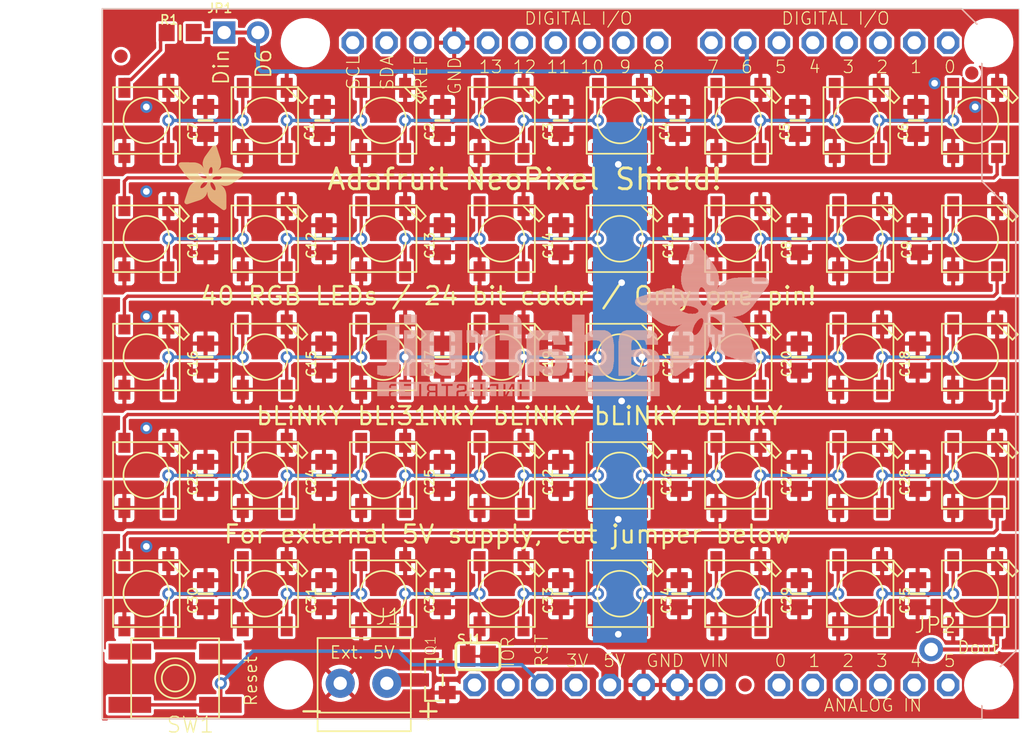
<source format=kicad_pcb>
(kicad_pcb (version 20211014) (generator pcbnew)
  (layers (0 "F.Cu" signal) (31 "B.Cu" signal) (34 "B.Paste" user) (35 "F.Paste" user) (36 "B.SilkS" user "B.Silkscreen") (37 "F.SilkS" user "F.Silkscreen") (38 "B.Mask" user) (39 "F.Mask" user) (44 "Edge.Cuts" user))
  (net 0 "")
  (net 1 "N$1")
  (net 2 "N$2")
  (net 3 "N$3")
  (net 4 "N$4")
  (net 5 "N$5")
  (net 6 "N$6")
  (net 7 "N$7")
  (net 8 "+5V")
  (net 9 "GND")
  (net 10 "3V")
  (net 11 "N$8")
  (net 12 "N$9")
  (net 13 "N$10")
  (net 14 "N$11")
  (net 15 "N$12")
  (net 16 "N$13")
  (net 17 "N$14")
  (net 18 "N$15")
  (net 19 "N$16")
  (net 20 "N$17")
  (net 21 "N$18")
  (net 22 "N$19")
  (net 23 "N$20")
  (net 24 "N$21")
  (net 25 "N$22")
  (net 26 "N$23")
  (net 27 "N$24")
  (net 28 "N$25")
  (net 29 "N$26")
  (net 30 "N$27")
  (net 31 "N$28")
  (net 32 "N$29")
  (net 33 "N$30")
  (net 34 "N$31")
  (net 35 "N$32")
  (net 36 "N$33")
  (net 37 "N$34")
  (net 38 "N$35")
  (net 39 "N$36")
  (net 40 "N$37")
  (net 41 "N$38")
  (net 42 "N$39")
  (net 43 "N$40")
  (net 44 "N$43")
  (net 45 "N$42")
  (net 46 "VIN")
  (net 47 "N$41")
  (net 48 "PWRIN")
  (net 49 "N$44")
  (footprint "boardEagle:WS2812B" (layer "F.Cu") (at 152.9461 86.7156 -90)
    (fp_text reference "LED5" hide)
    (fp_text value "WS2812B5050" hide)
  )
  (footprint "boardEagle:_0805NO" (layer "F.Cu") (at 175.4251 95.6056 90)
    (fp_text reference "C9")
    (fp_text value "")
  )
  (footprint "boardEagle:WS2812B" (layer "F.Cu") (at 135.1661 122.2756 -90)
    (fp_text reference "LED35" hide)
    (fp_text value "WS2812B5050" hide)
  )
  (footprint "boardEagle:EVQ-Q2" (layer "F.Cu") (at 119.5451 128.6256 180)
    (fp_text reference "SW1")
    (fp_text value "SPST_TACT-EVQQ2")
  )
  (footprint "boardEagle:WS2812B" (layer "F.Cu") (at 152.9461 122.2756 -90)
    (fp_text reference "LED37" hide)
    (fp_text value "WS2812B5050" hide)
  )
  (footprint "boardEagle:_0805NO" (layer "F.Cu") (at 166.2811 86.7156 90)
    (fp_text reference "C5")
    (fp_text value "")
  )
  (footprint "boardEagle:WS2812B" (layer "F.Cu") (at 170.9801 95.6056 -90)
    (fp_text reference "LED15" hide)
    (fp_text value "WS2812B5050" hide)
  )
  (footprint "boardEagle:WS2812B" (layer "F.Cu") (at 144.0561 122.2756 -90)
    (fp_text reference "LED36" hide)
    (fp_text value "WS2812B5050" hide)
  )
  (footprint "boardEagle:FIDUCIAL_1MM" (layer "F.Cu") (at 179.3621 83.1596)
    (fp_text reference "FID3" hide)
    (fp_text value "FIDUCIAL\"\"" hide)
  )
  (footprint "boardEagle:WS2812B" (layer "F.Cu") (at 135.1661 86.7156 -90)
    (fp_text reference "LED3" hide)
    (fp_text value "WS2812B5050" hide)
  )
  (footprint "boardEagle:_0805NO" (layer "F.Cu") (at 130.7211 122.2756 90)
    (fp_text reference "C31")
    (fp_text value "")
  )
  (footprint "boardEagle:WS2812B" (layer "F.Cu") (at 161.8361 104.4956 -90)
    (fp_text reference "LED22" hide)
    (fp_text value "WS2812B5050" hide)
  )
  (footprint "boardEagle:WS2812B" (layer "F.Cu") (at 126.2761 104.4956 -90)
    (fp_text reference "LED18" hide)
    (fp_text value "WS2812B5050" hide)
  )
  (footprint "boardEagle:1X2-3.5MM" (layer "F.Cu") (at 133.6421 129.0066)
    (fp_text reference "J1")
    (fp_text value "1X2-3.5MM" hide)
  )
  (footprint "boardEagle:SOT23-WIDE" (layer "F.Cu") (at 138.9761 128.7526 90)
    (fp_text reference "Q1")
    (fp_text value "IRLML6401")
  )
  (footprint "boardEagle:WS2812B" (layer "F.Cu") (at 170.9801 122.2756 -90)
    (fp_text reference "LED39" hide)
    (fp_text value "WS2812B5050" hide)
  )
  (footprint "boardEagle:_0805NO" (layer "F.Cu") (at 175.2981 113.3856 90)
    (fp_text reference "C28")
    (fp_text value "")
  )
  (footprint "boardEagle:_0805NO" (layer "F.Cu") (at 166.4081 95.6056 90)
    (fp_text reference "C8")
    (fp_text value "")
  )
  (footprint "boardEagle:SOLDERJUMPER_CLOSEDWIRE" (layer "F.Cu") (at 142.2781 126.9746)
    (fp_text reference "SJ1")
    (fp_text value "")
  )
  (footprint "boardEagle:_0805NO" (layer "F.Cu") (at 148.5011 95.6056 90)
    (fp_text reference "C14")
    (fp_text value "")
  )
  (footprint "boardEagle:WS2812B" (layer "F.Cu") (at 126.2761 86.7156 -90)
    (fp_text reference "LED2" hide)
    (fp_text value "WS2812B5050" hide)
  )
  (footprint "boardEagle:WS2812B" (layer "F.Cu") (at 161.8361 113.3856 -90)
    (fp_text reference "LED30" hide)
    (fp_text value "WS2812B5050" hide)
  )
  (footprint "boardEagle:_0805NO" (layer "F.Cu") (at 139.6111 113.3856 90)
    (fp_text reference "C25")
    (fp_text value "")
  )
  (footprint "boardEagle:1X02_ROUND" (layer "F.Cu") (at 124.4981 80.1116)
    (fp_text reference "JP1")
    (fp_text value "")
  )
  (footprint "boardEagle:WS2812B" (layer "F.Cu") (at 135.1661 95.6056 -90)
    (fp_text reference "LED11" hide)
    (fp_text value "WS2812B5050" hide)
  )
  (footprint "" (layer "F.Cu") (at 180.6321 129.1336)
    (fp_text reference "@HOLE3" hide)
    (fp_text value "")
  )
  (footprint "boardEagle:_0805NO" (layer "F.Cu") (at 139.6111 86.7156 90)
    (fp_text reference "C2")
    (fp_text value "")
  )
  (footprint "boardEagle:WS2812B" (layer "F.Cu") (at 117.3861 104.4956 -90)
    (fp_text reference "LED17" hide)
    (fp_text value "WS2812B5050" hide)
  )
  (footprint "boardEagle:WS2812B" (layer "F.Cu") (at 179.6161 95.6056 -90)
    (fp_text reference "LED16" hide)
    (fp_text value "WS2812B5050" hide)
  )
  (footprint "boardEagle:_0805NO" (layer "F.Cu") (at 157.3911 122.2756 90)
    (fp_text reference "C34")
    (fp_text value "")
  )
  (footprint "boardEagle:WS2812B" (layer "F.Cu") (at 170.9801 113.3856 -90)
    (fp_text reference "LED31" hide)
    (fp_text value "WS2812B5050" hide)
  )
  (footprint "boardEagle:FIDUCIAL_1MM" (layer "F.Cu") (at 162.3441 129.1336)
    (fp_text reference "FID1" hide)
    (fp_text value "FIDUCIAL\"\"" hide)
  )
  (footprint "boardEagle:_0805NO" (layer "F.Cu") (at 139.6111 122.2756 90)
    (fp_text reference "C32")
    (fp_text value "")
  )
  (footprint "boardEagle:_0805NO" (layer "F.Cu") (at 121.8311 104.4956 90)
    (fp_text reference "C16")
    (fp_text value "")
  )
  (footprint "boardEagle:FIDUCIAL_1MM" (layer "F.Cu") (at 115.4811 81.8896)
    (fp_text reference "FID2" hide)
    (fp_text value "FIDUCIAL\"\"" hide)
  )
  (footprint "boardEagle:_0805NO" (layer "F.Cu") (at 157.3911 113.3856 90)
    (fp_text reference "C26")
    (fp_text value "")
  )
  (footprint "boardEagle:WS2812B" (layer "F.Cu") (at 117.3861 95.6056 -90)
    (fp_text reference "LED9" hide)
    (fp_text value "WS2812B5050" hide)
  )
  (footprint "boardEagle:ARDUINOR3-BPLACE" (layer "F.Cu") (at 114.0841 131.6736)
    (fp_text reference "U1" hide)
    (fp_text value "ARDUINOR3-BPLACE" hide)
  )
  (footprint "boardEagle:WS2812B" (layer "F.Cu") (at 117.3861 122.2756 -90)
    (fp_text reference "LED33" hide)
    (fp_text value "WS2812B5050" hide)
  )
  (footprint "boardEagle:_0805NO" (layer "F.Cu") (at 130.7211 113.3856 90)
    (fp_text reference "C24")
    (fp_text value "")
  )
  (footprint "boardEagle:ADAFRUIT_5MM" (layer "F.Cu") (at 119.7991 93.4466)
    (fp_text reference "U$1" hide)
    (fp_text value "" hide)
  )
  (footprint "boardEagle:WS2812B" (layer "F.Cu") (at 126.2761 122.2756 -90)
    (fp_text reference "LED34" hide)
    (fp_text value "WS2812B5050" hide)
  )
  (footprint "boardEagle:_0805NO" (layer "F.Cu") (at 166.4081 113.3856 90)
    (fp_text reference "C27")
    (fp_text value "")
  )
  (footprint "boardEagle:_0805NO" (layer "F.Cu") (at 157.5181 95.6056 90)
    (fp_text reference "C11")
    (fp_text value "")
  )
  (footprint "boardEagle:_0805NO" (layer "F.Cu") (at 148.5011 104.4956 90)
    (fp_text reference "C19")
    (fp_text value "")
  )
  (footprint "boardEagle:WS2812B" (layer "F.Cu") (at 152.9461 104.4956 -90)
    (fp_text reference "LED21" hide)
    (fp_text value "WS2812B5050" hide)
  )
  (footprint "boardEagle:WS2812B" (layer "F.Cu") (at 161.8361 95.6056 -90)
    (fp_text reference "LED14" hide)
    (fp_text value "WS2812B5050" hide)
  )
  (footprint "boardEagle:_0805NO" (layer "F.Cu") (at 157.2641 86.7156 90)
    (fp_text reference "C4")
    (fp_text value "")
  )
  (footprint "boardEagle:_0805NO" (layer "F.Cu") (at 119.9261 80.1116)
    (fp_text reference "R1")
    (fp_text value "")
  )
  (footprint "boardEagle:_0805NO" (layer "F.Cu") (at 121.8311 86.7156 90)
    (fp_text reference "C7")
    (fp_text value "")
  )
  (footprint "" (layer "F.Cu") (at 129.3241 80.8736)
    (fp_text reference "@HOLE0" hide)
    (fp_text value "")
  )
  (footprint "boardEagle:_0805NO" (layer "F.Cu") (at 175.1711 86.7156 90)
    (fp_text reference "C6")
    (fp_text value "")
  )
  (footprint "boardEagle:WS2812B" (layer "F.Cu") (at 179.6161 86.7156 -90)
    (fp_text reference "LED8" hide)
    (fp_text value "WS2812B5050" hide)
  )
  (footprint "boardEagle:WS2812B" (layer "F.Cu") (at 126.2761 95.6056 -90)
    (fp_text reference "LED10" hide)
    (fp_text value "WS2812B5050" hide)
  )
  (footprint "boardEagle:WS2812B" (layer "F.Cu") (at 179.6161 122.2756 -90)
    (fp_text reference "LED40" hide)
    (fp_text value "WS2812B5050" hide)
  )
  (footprint "boardEagle:WS2812B" (layer "F.Cu") (at 126.2761 113.3856 -90)
    (fp_text reference "LED26" hide)
    (fp_text value "WS2812B5050" hide)
  )
  (footprint "boardEagle:WS2812B" (layer "F.Cu") (at 152.9461 113.3856 -90)
    (fp_text reference "LED29" hide)
    (fp_text value "WS2812B5050" hide)
  )
  (footprint "boardEagle:WS2812B" (layer "F.Cu") (at 179.6161 113.3856 -90)
    (fp_text reference "LED32" hide)
    (fp_text value "WS2812B5050" hide)
  )
  (footprint "boardEagle:WS2812B" (layer "F.Cu") (at 135.1661 104.4956 -90)
    (fp_text reference "LED19" hide)
    (fp_text value "WS2812B5050" hide)
  )
  (footprint "boardEagle:_0805NO" (layer "F.Cu") (at 139.6111 104.4956 90)
    (fp_text reference "C17")
    (fp_text value "")
  )
  (footprint "boardEagle:WS2812B" (layer "F.Cu") (at 144.0561 104.4956 -90)
    (fp_text reference "LED20" hide)
    (fp_text value "WS2812B5050" hide)
  )
  (footprint "boardEagle:WS2812B" (layer "F.Cu") (at 135.1661 113.3856 -90)
    (fp_text reference "LED27" hide)
    (fp_text value "WS2812B5050" hide)
  )
  (footprint "boardEagle:WS2812B" (layer "F.Cu") (at 144.0561 113.3856 -90)
    (fp_text reference "LED28" hide)
    (fp_text value "WS2812B5050" hide)
  )
  (footprint "boardEagle:WS2812B" (layer "F.Cu") (at 170.9801 104.4956 -90)
    (fp_text reference "LED23" hide)
    (fp_text value "WS2812B5050" hide)
  )
  (footprint "boardEagle:_0805NO" (layer "F.Cu") (at 130.5941 86.7156 90)
    (fp_text reference "C1")
    (fp_text value "")
  )
  (footprint "boardEagle:_0805NO" (layer "F.Cu") (at 175.2981 122.2756 90)
    (fp_text reference "C35")
    (fp_text value "")
  )
  (footprint "boardEagle:WS2812B" (layer "F.Cu") (at 161.8361 122.2756 -90)
    (fp_text reference "LED38" hide)
    (fp_text value "WS2812B5050" hide)
  )
  (footprint "boardEagle:_0805NO" (layer "F.Cu") (at 130.7211 95.6056 90)
    (fp_text reference "C12")
    (fp_text value "")
  )
  (footprint "boardEagle:_0805NO" (layer "F.Cu") (at 166.4081 104.4956 90)
    (fp_text reference "C20")
    (fp_text value "")
  )
  (footprint "boardEagle:_0805NO" (layer "F.Cu") (at 148.5011 122.2756 90)
    (fp_text reference "C33")
    (fp_text value "")
  )
  (footprint "boardEagle:_0805NO" (layer "F.Cu") (at 157.5181 104.4956 90)
    (fp_text reference "C21")
    (fp_text value "")
  )
  (footprint "" (layer "F.Cu") (at 180.6321 80.8736)
    (fp_text reference "@HOLE2" hide)
    (fp_text value "")
  )
  (footprint "boardEagle:_0805NO" (layer "F.Cu") (at 121.8311 122.2756 90)
    (fp_text reference "C30")
    (fp_text value "")
  )
  (footprint "boardEagle:WS2812B" (layer "F.Cu") (at 161.8361 86.7156 -90)
    (fp_text reference "LED6" hide)
    (fp_text value "WS2812B5050" hide)
  )
  (footprint "boardEagle:1X01-CLEANBIG" (layer "F.Cu") (at 176.3141 126.4666)
    (fp_text reference "JP2")
    (fp_text value "")
  )
  (footprint "boardEagle:WS2812B" (layer "F.Cu") (at 170.7261 86.7156 -90)
    (fp_text reference "LED7" hide)
    (fp_text value "WS2812B5050" hide)
  )
  (footprint "boardEagle:WS2812B" (layer "F.Cu") (at 179.6161 104.4956 -90)
    (fp_text reference "LED24" hide)
    (fp_text value "WS2812B5050" hide)
  )
  (footprint "boardEagle:_0805NO" (layer "F.Cu") (at 148.5011 86.7156 90)
    (fp_text reference "C3")
    (fp_text value "")
  )
  (footprint "boardEagle:_0805NO" (layer "F.Cu") (at 166.4081 122.2756 90)
    (fp_text reference "C29")
    (fp_text value "")
  )
  (footprint "boardEagle:WS2812B" (layer "F.Cu") (at 117.3861 86.7156 -90)
    (fp_text reference "LED1" hide)
    (fp_text value "WS2812B5050" hide)
  )
  (footprint "" (layer "F.Cu") (at 128.0541 129.1336)
    (fp_text reference "@HOLE1" hide)
    (fp_text value "")
  )
  (footprint "boardEagle:WS2812B" (layer "F.Cu") (at 117.3861 113.3856 -90)
    (fp_text reference "LED25" hide)
    (fp_text value "WS2812B5050" hide)
  )
  (footprint "boardEagle:WS2812B" (layer "F.Cu") (at 144.0561 86.7156 -90)
    (fp_text reference "LED4" hide)
    (fp_text value "WS2812B5050" hide)
  )
  (footprint "boardEagle:_0805NO" (layer "F.Cu") (at 121.8311 95.6056 90)
    (fp_text reference "C10")
    (fp_text value "")
  )
  (footprint "boardEagle:_0805NO" (layer "F.Cu") (at 175.2981 104.4956 90)
    (fp_text reference "C18")
    (fp_text value "")
  )
  (footprint "boardEagle:WS2812B" (layer "F.Cu") (at 152.9461 95.6056 -90)
    (fp_text reference "LED13" hide)
    (fp_text value "WS2812B5050" hide)
  )
  (footprint "boardEagle:WS2812B" (layer "F.Cu") (at 144.0561 95.6056 -90)
    (fp_text reference "LED12" hide)
    (fp_text value "WS2812B5050" hide)
  )
  (footprint "boardEagle:_0805NO" (layer "F.Cu") (at 121.8311 113.3856 90)
    (fp_text reference "C23")
    (fp_text value "")
  )
  (footprint "boardEagle:_0805NO" (layer "F.Cu") (at 139.6111 95.6056 90)
    (fp_text reference "C13")
    (fp_text value "")
  )
  (footprint "boardEagle:_0805NO" (layer "F.Cu") (at 130.7211 104.4956 90)
    (fp_text reference "C15")
    (fp_text value "")
  )
  (footprint "boardEagle:_0805NO" (layer "F.Cu") (at 148.5011 113.3856 90)
    (fp_text reference "C22")
    (fp_text value "")
  )
  (footprint "boardEagle:ADAFRUIT_TEXT_30MM" (layer "B.Cu") (at 164.3761 107.4166 180)
    (fp_text reference "U$2" hide)
    (fp_text value "" hide)
  )
  (gr_line (start 182.9181 131.6736) (end 114.4651 131.6736) (layer "Edge.Cuts") (width 0.05))
  (gr_line (start 182.9181 78.3336) (end 182.9181 131.6736) (layer "Edge.Cuts") (width 0.05))
  (gr_line (start 114.0841 131.6736) (end 114.0841 78.3336) (layer "Edge.Cuts") (width 0.05))
  (gr_line (start 114.0841 78.3336) (end 182.9181 78.3336) (layer "Edge.Cuts") (width 0.05))
  (gr_text "Din" (at 122.3391 81.2546 90) (layer "F.SilkS") (effects (font (size 1.143 1.143) (thickness 0.127)) (justify right top)))
  (gr_text "Reset" (at 125.7681 130.7846 90) (layer "F.SilkS") (effects (font (size 0.9144 0.9144) (thickness 0.1016)) (justify left bottom)))
  (gr_text "+" (at 137.4521 131.9276) (layer "F.SilkS") (effects (font (size 1.6002 1.6002) (thickness 0.1778)) (justify left bottom)))
  (gr_text "D6" (at 125.5141 81.2546 90) (layer "F.SilkS") (effects (font (size 1.143 1.143) (thickness 0.127)) (justify right top)))
  (gr_text "Adafruit NeoPixel Shield!" (at 130.8481 92.0496) (layer "F.SilkS") (effects (font (size 1.56464 1.56464) (thickness 0.21336)) (justify left bottom)))
  (gr_text "bLiNkY bLi31NkY bLiNkY bLiNkY bLiNkY" (at 125.5141 109.7026) (layer "F.SilkS") (effects (font (size 1.34112 1.34112) (thickness 0.18288)) (justify left bottom)))
  (gr_text "-" (at 128.6891 131.9276) (layer "F.SilkS") (effects (font (size 1.6002 1.6002) (thickness 0.1778)) (justify left bottom)))
  (gr_text "Dout" (at 178.2191 126.8476) (layer "F.SilkS") (effects (font (size 0.9144 0.9144) (thickness 0.1016)) (justify left bottom)))
  (gr_text "For external 5V supply, cut jumper below" (at 123.1011 118.5926) (layer "F.SilkS") (effects (font (size 1.34112 1.34112) (thickness 0.18288)) (justify left bottom)))
  (gr_text "40 RGB LEDs / 24 bit color / Only one pin!" (at 121.3231 100.6856) (layer "F.SilkS") (effects (font (size 1.34112 1.34112) (thickness 0.18288)) (justify left bottom)))
  (gr_text "Ext. 5V" (at 131.1021 127.2286) (layer "F.SilkS") (effects (font (size 0.9144 0.9144) (thickness 0.1016)) (justify left bottom)))
  (segment (start 119.0361 89.1656) (end 119.0361 86.7156) (width 0.254) (layer "F.Cu") (net 1))
  (segment (start 124.6261 84.2656) (end 124.6261 86.7156) (width 0.254) (layer "F.Cu") (net 1))
  (via (at 119.0361 86.7156) (size 0.9064) (drill 0.5) (layers "F.Cu" "B.Cu") (net 1))
  (via (at 124.6261 86.7156) (size 0.9064) (drill 0.5) (layers "F.Cu" "B.Cu") (net 1))
  (segment (start 124.6261 86.7156) (end 119.0361 86.7156) (width 0.254) (layer "B.Cu") (net 1))
  (segment (start 133.5161 84.2656) (end 133.5161 86.7156) (width 0.254) (layer "F.Cu") (net 2))
  (segment (start 127.9261 89.1656) (end 127.9261 86.7156) (width 0.254) (layer "F.Cu") (net 2))
  (via (at 133.5161 86.7156) (size 0.9064) (drill 0.5) (layers "F.Cu" "B.Cu") (net 2))
  (via (at 127.9261 86.7156) (size 0.9064) (drill 0.5) (layers "F.Cu" "B.Cu") (net 2))
  (segment (start 133.5161 86.7156) (end 127.9261 86.7156) (width 0.254) (layer "B.Cu") (net 2))
  (segment (start 136.8161 86.7156) (end 136.8161 89.1656) (width 0.254) (layer "F.Cu") (net 3))
  (segment (start 142.4061 84.2656) (end 142.4061 86.7156) (width 0.254) (layer "F.Cu") (net 3))
  (via (at 142.4061 86.7156) (size 0.9064) (drill 0.5) (layers "F.Cu" "B.Cu") (net 3))
  (via (at 136.8161 86.7156) (size 0.9064) (drill 0.5) (layers "F.Cu" "B.Cu") (net 3))
  (segment (start 142.4061 86.7156) (end 136.8161 86.7156) (width 0.254) (layer "B.Cu") (net 3))
  (segment (start 151.2961 84.2656) (end 151.2961 86.7156) (width 0.254) (layer "F.Cu") (net 4))
  (segment (start 145.7061 86.7156) (end 145.7061 89.1656) (width 0.254) (layer "F.Cu") (net 4))
  (via (at 145.7061 86.7156) (size 0.9064) (drill 0.5) (layers "F.Cu" "B.Cu") (net 4))
  (via (at 151.2961 86.7156) (size 0.9064) (drill 0.5) (layers "F.Cu" "B.Cu") (net 4))
  (segment (start 151.2961 86.7156) (end 145.7061 86.7156) (width 0.254) (layer "B.Cu") (net 4))
  (segment (start 160.1861 84.2656) (end 160.1861 86.7156) (width 0.254) (layer "F.Cu") (net 5))
  (segment (start 154.5961 86.7156) (end 154.5961 89.1656) (width 0.254) (layer "F.Cu") (net 5))
  (via (at 160.1861 86.7156) (size 0.9064) (drill 0.5) (layers "F.Cu" "B.Cu") (net 5))
  (via (at 154.5961 86.7156) (size 0.9064) (drill 0.5) (layers "F.Cu" "B.Cu") (net 5))
  (segment (start 160.1861 86.7156) (end 154.5961 86.7156) (width 0.254) (layer "B.Cu") (net 5))
  (segment (start 163.4861 89.1656) (end 163.4861 86.7156) (width 0.254) (layer "F.Cu") (net 6))
  (segment (start 169.0761 84.2656) (end 169.0761 86.7156) (width 0.254) (layer "F.Cu") (net 6))
  (via (at 163.4861 86.7156) (size 0.9064) (drill 0.5) (layers "F.Cu" "B.Cu") (net 6))
  (via (at 169.0761 86.7156) (size 0.9064) (drill 0.5) (layers "F.Cu" "B.Cu") (net 6))
  (segment (start 169.0761 86.7156) (end 163.4861 86.7156) (width 0.254) (layer "B.Cu") (net 6))
  (segment (start 172.3761 86.7156) (end 172.3761 89.1656) (width 0.254) (layer "F.Cu") (net 7))
  (segment (start 177.9661 84.2656) (end 177.9661 86.7156) (width 0.254) (layer "F.Cu") (net 7))
  (via (at 172.3761 86.7156) (size 0.9064) (drill 0.5) (layers "F.Cu" "B.Cu") (net 7))
  (via (at 177.9661 86.7156) (size 0.9064) (drill 0.5) (layers "F.Cu" "B.Cu") (net 7))
  (segment (start 177.9661 86.7156) (end 172.3761 86.7156) (width 0.254) (layer "B.Cu") (net 7))
  (segment (start 139.9761 125.8316) (end 139.7381 125.8316) (width 0.8128) (layer "F.Cu") (net 8))
  (segment (start 139.9761 127.8026) (end 139.9761 125.8316) (width 0.8128) (layer "F.Cu") (net 8))
  (via (at 152.8191 90.0176) (size 0.9064) (drill 0.5) (layers "F.Cu" "B.Cu") (net 8))
  (via (at 152.8191 116.6876) (size 0.9064) (drill 0.5) (layers "F.Cu" "B.Cu") (net 8))
  (via (at 153.0731 98.9076) (size 0.9064) (drill 0.5) (layers "F.Cu" "B.Cu") (net 8))
  (via (at 152.8191 125.3236) (size 0.9064) (drill 0.5) (layers "F.Cu" "B.Cu") (net 8))
  (via (at 153.0731 107.7976) (size 0.9064) (drill 0.5) (layers "F.Cu" "B.Cu") (net 8))
  (via (at 176.5681 83.9216) (size 0.9064) (drill 0.5) (layers "F.Cu" "B.Cu") (net 9))
  (via (at 117.3861 101.4476) (size 0.9064) (drill 0.5) (layers "F.Cu" "B.Cu") (net 9))
  (via (at 117.3861 92.0496) (size 0.9064) (drill 0.5) (layers "F.Cu" "B.Cu") (net 9))
  (via (at 117.3861 109.8296) (size 0.9064) (drill 0.5) (layers "F.Cu" "B.Cu") (net 9))
  (via (at 117.3861 85.6996) (size 0.9064) (drill 0.5) (layers "F.Cu" "B.Cu") (net 9))
  (via (at 117.3861 118.7196) (size 0.9064) (drill 0.5) (layers "F.Cu" "B.Cu") (net 9))
  (via (at 179.6161 85.6996) (size 0.9064) (drill 0.5) (layers "F.Cu" "B.Cu") (net 9))
  (segment (start 119.0361 98.0556) (end 119.0361 95.6056) (width 0.254) (layer "F.Cu") (net 11))
  (segment (start 124.6261 93.1556) (end 124.6261 95.6056) (width 0.254) (layer "F.Cu") (net 11))
  (via (at 119.0361 95.6056) (size 0.9064) (drill 0.5) (layers "F.Cu" "B.Cu") (net 11))
  (via (at 124.6261 95.6056) (size 0.9064) (drill 0.5) (layers "F.Cu" "B.Cu") (net 11))
  (segment (start 124.6261 95.6056) (end 119.0361 95.6056) (width 0.254) (layer "B.Cu") (net 11))
  (segment (start 127.9261 95.6056) (end 127.9261 98.0556) (width 0.254) (layer "F.Cu") (net 12))
  (segment (start 133.5161 93.1556) (end 133.5161 95.6056) (width 0.254) (layer "F.Cu") (net 12))
  (via (at 127.9261 95.6056) (size 0.9064) (drill 0.5) (layers "F.Cu" "B.Cu") (net 12))
  (via (at 133.5161 95.6056) (size 0.9064) (drill 0.5) (layers "F.Cu" "B.Cu") (net 12))
  (segment (start 133.5161 95.6056) (end 127.9261 95.6056) (width 0.254) (layer "B.Cu") (net 12))
  (segment (start 136.8161 95.6056) (end 136.8161 98.0556) (width 0.254) (layer "F.Cu") (net 13))
  (segment (start 142.4061 93.1556) (end 142.4061 95.6056) (width 0.254) (layer "F.Cu") (net 13))
  (via (at 136.8161 95.6056) (size 0.9064) (drill 0.5) (layers "F.Cu" "B.Cu") (net 13))
  (via (at 142.4061 95.6056) (size 0.9064) (drill 0.5) (layers "F.Cu" "B.Cu") (net 13))
  (segment (start 142.4061 95.6056) (end 136.8161 95.6056) (width 0.254) (layer "B.Cu") (net 13))
  (segment (start 151.2961 93.1556) (end 151.2961 95.6056) (width 0.254) (layer "F.Cu") (net 14))
  (segment (start 145.7061 98.0556) (end 145.7061 95.6056) (width 0.254) (layer "F.Cu") (net 14))
  (via (at 151.2961 95.6056) (size 0.9064) (drill 0.5) (layers "F.Cu" "B.Cu") (net 14))
  (via (at 145.7061 95.6056) (size 0.9064) (drill 0.5) (layers "F.Cu" "B.Cu") (net 14))
  (segment (start 151.2961 95.6056) (end 145.7061 95.6056) (width 0.254) (layer "B.Cu") (net 14))
  (segment (start 154.5961 98.0556) (end 154.5961 95.6056) (width 0.254) (layer "F.Cu") (net 15))
  (segment (start 160.1861 93.1556) (end 160.1861 95.6056) (width 0.254) (layer "F.Cu") (net 15))
  (via (at 154.5961 95.6056) (size 0.9064) (drill 0.5) (layers "F.Cu" "B.Cu") (net 15))
  (via (at 160.1861 95.6056) (size 0.9064) (drill 0.5) (layers "F.Cu" "B.Cu") (net 15))
  (segment (start 160.1861 95.6056) (end 154.5961 95.6056) (width 0.254) (layer "B.Cu") (net 15))
  (segment (start 169.3301 93.1556) (end 169.3301 95.6056) (width 0.254) (layer "F.Cu") (net 16))
  (segment (start 163.4861 95.6056) (end 163.4861 98.0556) (width 0.254) (layer "F.Cu") (net 16))
  (via (at 169.3301 95.6056) (size 0.9064) (drill 0.5) (layers "F.Cu" "B.Cu") (net 16))
  (via (at 163.4861 95.6056) (size 0.9064) (drill 0.5) (layers "F.Cu" "B.Cu") (net 16))
  (segment (start 169.3301 95.6056) (end 163.4861 95.6056) (width 0.254) (layer "B.Cu") (net 16))
  (segment (start 172.6301 95.6056) (end 172.6301 98.0556) (width 0.254) (layer "F.Cu") (net 17))
  (segment (start 177.9661 93.1556) (end 177.9661 95.6056) (width 0.254) (layer "F.Cu") (net 17))
  (via (at 177.9661 95.6056) (size 0.9064) (drill 0.5) (layers "F.Cu" "B.Cu") (net 17))
  (via (at 172.6301 95.6056) (size 0.9064) (drill 0.5) (layers "F.Cu" "B.Cu") (net 17))
  (segment (start 177.9661 95.6056) (end 172.6301 95.6056) (width 0.254) (layer "B.Cu") (net 17))
  (segment (start 181.2661 90.7796) (end 181.0121 91.0336) (width 0.254) (layer "F.Cu") (net 18))
  (segment (start 181.2661 89.1656) (end 181.2661 90.7796) (width 0.254) (layer "F.Cu") (net 18))
  (segment (start 115.9901 91.0336) (end 115.7361 91.2876) (width 0.254) (layer "F.Cu") (net 18))
  (segment (start 181.0121 91.0336) (end 115.9901 91.0336) (width 0.254) (layer "F.Cu") (net 18))
  (segment (start 115.7361 91.2876) (end 115.7361 93.1556) (width 0.254) (layer "F.Cu") (net 18))
  (segment (start 119.0361 106.9456) (end 119.0361 104.4956) (width 0.254) (layer "F.Cu") (net 19))
  (segment (start 124.6261 102.0456) (end 124.6261 104.4956) (width 0.254) (layer "F.Cu") (net 19))
  (via (at 124.6261 104.4956) (size 0.9064) (drill 0.5) (layers "F.Cu" "B.Cu") (net 19))
  (via (at 119.0361 104.4956) (size 0.9064) (drill 0.5) (layers "F.Cu" "B.Cu") (net 19))
  (segment (start 124.6261 104.4956) (end 119.0361 104.4956) (width 0.254) (layer "B.Cu") (net 19))
  (segment (start 133.5161 102.0456) (end 133.5161 104.4956) (width 0.254) (layer "F.Cu") (net 20))
  (segment (start 127.9261 106.9456) (end 127.9261 104.4956) (width 0.254) (layer "F.Cu") (net 20))
  (via (at 127.9261 104.4956) (size 0.9064) (drill 0.5) (layers "F.Cu" "B.Cu") (net 20))
  (via (at 133.5161 104.4956) (size 0.9064) (drill 0.5) (layers "F.Cu" "B.Cu") (net 20))
  (segment (start 133.5161 104.4956) (end 127.9261 104.4956) (width 0.254) (layer "B.Cu") (net 20))
  (segment (start 136.8161 106.9456) (end 136.8161 104.4956) (width 0.254) (layer "F.Cu") (net 21))
  (segment (start 142.4061 102.0456) (end 142.4061 104.4956) (width 0.254) (layer "F.Cu") (net 21))
  (via (at 142.4061 104.4956) (size 0.9064) (drill 0.5) (layers "F.Cu" "B.Cu") (net 21))
  (via (at 136.8161 104.4956) (size 0.9064) (drill 0.5) (layers "F.Cu" "B.Cu") (net 21))
  (segment (start 142.4061 104.4956) (end 136.8161 104.4956) (width 0.254) (layer "B.Cu") (net 21))
  (segment (start 151.2961 102.0456) (end 151.2961 104.4956) (width 0.254) (layer "F.Cu") (net 22))
  (segment (start 145.7061 106.9456) (end 145.7061 104.4956) (width 0.254) (layer "F.Cu") (net 22))
  (via (at 145.7061 104.4956) (size 0.9064) (drill 0.5) (layers "F.Cu" "B.Cu") (net 22))
  (via (at 151.2961 104.4956) (size 0.9064) (drill 0.5) (layers "F.Cu" "B.Cu") (net 22))
  (segment (start 151.2961 104.4956) (end 145.7061 104.4956) (width 0.254) (layer "B.Cu") (net 22))
  (segment (start 154.5961 106.9456) (end 154.5961 104.4956) (width 0.254) (layer "F.Cu") (net 23))
  (segment (start 160.1861 102.0456) (end 160.1861 104.4956) (width 0.254) (layer "F.Cu") (net 23))
  (via (at 160.1861 104.4956) (size 0.9064) (drill 0.5) (layers "F.Cu" "B.Cu") (net 23))
  (via (at 154.5961 104.4956) (size 0.9064) (drill 0.5) (layers "F.Cu" "B.Cu") (net 23))
  (segment (start 160.1861 104.4956) (end 154.5961 104.4956) (width 0.254) (layer "B.Cu") (net 23))
  (segment (start 163.4861 106.9456) (end 163.4861 104.4956) (width 0.254) (layer "F.Cu") (net 24))
  (segment (start 169.3301 102.0456) (end 169.3301 104.4956) (width 0.254) (layer "F.Cu") (net 24))
  (via (at 163.4861 104.4956) (size 0.9064) (drill 0.5) (layers "F.Cu" "B.Cu") (net 24))
  (via (at 169.3301 104.4956) (size 0.9064) (drill 0.5) (layers "F.Cu" "B.Cu") (net 24))
  (segment (start 169.3301 104.4956) (end 163.4861 104.4956) (width 0.254) (layer "B.Cu") (net 24))
  (segment (start 172.6301 106.9456) (end 172.6301 104.4956) (width 0.254) (layer "F.Cu") (net 25))
  (segment (start 177.9661 102.0456) (end 177.9661 104.4956) (width 0.254) (layer "F.Cu") (net 25))
  (via (at 177.9661 104.4956) (size 0.9064) (drill 0.5) (layers "F.Cu" "B.Cu") (net 25))
  (via (at 172.6301 104.4956) (size 0.9064) (drill 0.5) (layers "F.Cu" "B.Cu") (net 25))
  (segment (start 177.9661 104.4956) (end 172.6301 104.4956) (width 0.254) (layer "B.Cu") (net 25))
  (segment (start 181.2661 99.6696) (end 181.0121 99.9236) (width 0.254) (layer "F.Cu") (net 26))
  (segment (start 115.9901 99.9236) (end 115.7361 100.1776) (width 0.254) (layer "F.Cu") (net 26))
  (segment (start 181.0121 99.9236) (end 115.9901 99.9236) (width 0.254) (layer "F.Cu") (net 26))
  (segment (start 181.2661 98.0556) (end 181.2661 99.6696) (width 0.254) (layer "F.Cu") (net 26))
  (segment (start 115.7361 100.1776) (end 115.7361 102.0456) (width 0.254) (layer "F.Cu") (net 26))
  (segment (start 119.0361 115.8356) (end 119.0361 113.3856) (width 0.254) (layer "F.Cu") (net 27))
  (segment (start 124.6261 110.9356) (end 124.6261 113.3856) (width 0.254) (layer "F.Cu") (net 27))
  (via (at 119.0361 113.3856) (size 0.9064) (drill 0.5) (layers "F.Cu" "B.Cu") (net 27))
  (via (at 124.6261 113.3856) (size 0.9064) (drill 0.5) (layers "F.Cu" "B.Cu") (net 27))
  (segment (start 124.6261 113.3856) (end 119.0361 113.3856) (width 0.254) (layer "B.Cu") (net 27))
  (segment (start 133.5161 110.9356) (end 133.5161 113.3856) (width 0.254) (layer "F.Cu") (net 28))
  (segment (start 127.9261 115.8356) (end 127.9261 113.3856) (width 0.254) (layer "F.Cu") (net 28))
  (via (at 133.5161 113.3856) (size 0.9064) (drill 0.5) (layers "F.Cu" "B.Cu") (net 28))
  (via (at 127.9261 113.3856) (size 0.9064) (drill 0.5) (layers "F.Cu" "B.Cu") (net 28))
  (segment (start 133.5161 113.3856) (end 127.9261 113.3856) (width 0.254) (layer "B.Cu") (net 28))
  (segment (start 136.8161 113.3856) (end 136.8161 115.8356) (width 0.254) (layer "F.Cu") (net 29))
  (segment (start 142.4061 110.9356) (end 142.4061 113.3856) (width 0.254) (layer "F.Cu") (net 29))
  (via (at 136.8161 113.3856) (size 0.9064) (drill 0.5) (layers "F.Cu" "B.Cu") (net 29))
  (via (at 142.4061 113.3856) (size 0.9064) (drill 0.5) (layers "F.Cu" "B.Cu") (net 29))
  (segment (start 142.4061 113.3856) (end 136.8161 113.3856) (width 0.254) (layer "B.Cu") (net 29))
  (segment (start 151.2961 110.9356) (end 151.2961 113.3856) (width 0.254) (layer "F.Cu") (net 30))
  (segment (start 145.7061 113.3856) (end 145.7061 115.8356) (width 0.254) (layer "F.Cu") (net 30))
  (via (at 145.7061 113.3856) (size 0.9064) (drill 0.5) (layers "F.Cu" "B.Cu") (net 30))
  (via (at 151.2961 113.3856) (size 0.9064) (drill 0.5) (layers "F.Cu" "B.Cu") (net 30))
  (segment (start 151.2961 113.3856) (end 145.7061 113.3856) (width 0.254) (layer "B.Cu") (net 30))
  (segment (start 160.1861 110.9356) (end 160.1861 113.3856) (width 0.254) (layer "F.Cu") (net 31))
  (segment (start 154.5961 115.8356) (end 154.5961 113.3856) (width 0.254) (layer "F.Cu") (net 31))
  (via (at 160.1861 113.3856) (size 0.9064) (drill 0.5) (layers "F.Cu" "B.Cu") (net 31))
  (via (at 154.5961 113.3856) (size 0.9064) (drill 0.5) (layers "F.Cu" "B.Cu") (net 31))
  (segment (start 154.5961 113.3856) (end 160.1861 113.3856) (width 0.254) (layer "B.Cu") (net 31))
  (segment (start 163.4861 115.8356) (end 163.4861 113.3856) (width 0.254) (layer "F.Cu") (net 32))
  (segment (start 169.3301 110.9356) (end 169.3301 113.3856) (width 0.254) (layer "F.Cu") (net 32))
  (via (at 169.3301 113.3856) (size 0.9064) (drill 0.5) (layers "F.Cu" "B.Cu") (net 32))
  (via (at 163.4861 113.3856) (size 0.9064) (drill 0.5) (layers "F.Cu" "B.Cu") (net 32))
  (segment (start 169.3301 113.3856) (end 163.4861 113.3856) (width 0.254) (layer "B.Cu") (net 32))
  (segment (start 172.6301 115.8356) (end 172.6301 113.3856) (width 0.254) (layer "F.Cu") (net 33))
  (segment (start 177.9661 110.9356) (end 177.9661 113.3856) (width 0.254) (layer "F.Cu") (net 33))
  (via (at 177.9661 113.3856) (size 0.9064) (drill 0.5) (layers "F.Cu" "B.Cu") (net 33))
  (via (at 172.6301 113.3856) (size 0.9064) (drill 0.5) (layers "F.Cu" "B.Cu") (net 33))
  (segment (start 172.6301 113.3856) (end 177.9661 113.3856) (width 0.254) (layer "B.Cu") (net 33))
  (segment (start 115.9901 108.8136) (end 115.7361 109.0676) (width 0.254) (layer "F.Cu") (net 34))
  (segment (start 115.7361 109.0676) (end 115.7361 110.9356) (width 0.254) (layer "F.Cu") (net 34))
  (segment (start 181.2661 106.9456) (end 181.2661 108.5596) (width 0.254) (layer "F.Cu") (net 34))
  (segment (start 181.0121 108.8136) (end 115.9901 108.8136) (width 0.254) (layer "F.Cu") (net 34))
  (segment (start 181.2661 108.5596) (end 181.0121 108.8136) (width 0.254) (layer "F.Cu") (net 34))
  (segment (start 124.6261 119.8256) (end 124.6261 122.2756) (width 0.254) (layer "F.Cu") (net 35))
  (segment (start 119.0361 124.7256) (end 119.0361 122.2756) (width 0.254) (layer "F.Cu") (net 35))
  (via (at 124.6261 122.2756) (size 0.9064) (drill 0.5) (layers "F.Cu" "B.Cu") (net 35))
  (via (at 119.0361 122.2756) (size 0.9064) (drill 0.5) (layers "F.Cu" "B.Cu") (net 35))
  (segment (start 124.6261 122.2756) (end 119.0361 122.2756) (width 0.254) (layer "B.Cu") (net 35))
  (segment (start 127.9261 124.7256) (end 127.9261 122.2756) (width 0.254) (layer "F.Cu") (net 36))
  (segment (start 133.5161 119.8256) (end 133.5161 122.2756) (width 0.254) (layer "F.Cu") (net 36))
  (via (at 133.5161 122.2756) (size 0.9064) (drill 0.5) (layers "F.Cu" "B.Cu") (net 36))
  (via (at 127.9261 122.2756) (size 0.9064) (drill 0.5) (layers "F.Cu" "B.Cu") (net 36))
  (segment (start 133.5161 122.2756) (end 127.9261 122.2756) (width 0.254) (layer "B.Cu") (net 36))
  (segment (start 136.8161 122.2756) (end 136.8161 124.7256) (width 0.254) (layer "F.Cu") (net 37))
  (segment (start 142.4061 119.8256) (end 142.4061 122.2756) (width 0.254) (layer "F.Cu") (net 37))
  (via (at 136.8161 122.2756) (size 0.9064) (drill 0.5) (layers "F.Cu" "B.Cu") (net 37))
  (via (at 142.4061 122.2756) (size 0.9064) (drill 0.5) (layers "F.Cu" "B.Cu") (net 37))
  (segment (start 142.4061 122.2756) (end 136.8161 122.2756) (width 0.254) (layer "B.Cu") (net 37))
  (segment (start 151.2961 119.8256) (end 151.2961 122.2756) (width 0.254) (layer "F.Cu") (net 38))
  (segment (start 145.7061 122.2756) (end 145.7061 124.7256) (width 0.254) (layer "F.Cu") (net 38))
  (via (at 151.2961 122.2756) (size 0.9064) (drill 0.5) (layers "F.Cu" "B.Cu") (net 38))
  (via (at 145.7061 122.2756) (size 0.9064) (drill 0.5) (layers "F.Cu" "B.Cu") (net 38))
  (segment (start 151.2961 122.2756) (end 145.7061 122.2756) (width 0.254) (layer "B.Cu") (net 38))
  (segment (start 160.1861 119.8256) (end 160.1861 122.2756) (width 0.254) (layer "F.Cu") (net 39))
  (segment (start 154.5961 122.2756) (end 154.5961 124.7256) (width 0.254) (layer "F.Cu") (net 39))
  (via (at 154.5961 122.2756) (size 0.9064) (drill 0.5) (layers "F.Cu" "B.Cu") (net 39))
  (via (at 160.1861 122.2756) (size 0.9064) (drill 0.5) (layers "F.Cu" "B.Cu") (net 39))
  (segment (start 160.1861 122.2756) (end 154.5961 122.2756) (width 0.254) (layer "B.Cu") (net 39))
  (segment (start 169.3301 119.8256) (end 169.3301 122.2756) (width 0.254) (layer "F.Cu") (net 40))
  (segment (start 163.4861 122.2756) (end 163.4861 124.7256) (width 0.254) (layer "F.Cu") (net 40))
  (via (at 163.4861 122.2756) (size 0.9064) (drill 0.5) (layers "F.Cu" "B.Cu") (net 40))
  (via (at 169.3301 122.2756) (size 0.9064) (drill 0.5) (layers "F.Cu" "B.Cu") (net 40))
  (segment (start 169.3301 122.2756) (end 163.4861 122.2756) (width 0.254) (layer "B.Cu") (net 40))
  (segment (start 172.6301 122.2756) (end 172.6301 124.7256) (width 0.254) (layer "F.Cu") (net 41))
  (segment (start 177.9661 119.8256) (end 177.9661 122.2756) (width 0.254) (layer "F.Cu") (net 41))
  (via (at 177.9661 122.2756) (size 0.9064) (drill 0.5) (layers "F.Cu" "B.Cu") (net 41))
  (via (at 172.6301 122.2756) (size 0.9064) (drill 0.5) (layers "F.Cu" "B.Cu") (net 41))
  (segment (start 177.9661 122.2756) (end 172.6301 122.2756) (width 0.254) (layer "B.Cu") (net 41))
  (segment (start 181.2661 117.4496) (end 181.0121 117.7036) (width 0.254) (layer "F.Cu") (net 42))
  (segment (start 181.0121 117.7036) (end 115.9901 117.7036) (width 0.254) (layer "F.Cu") (net 42))
  (segment (start 181.2661 115.8356) (end 181.2661 117.4496) (width 0.254) (layer "F.Cu") (net 42))
  (segment (start 115.9901 117.7036) (end 115.7361 117.9576) (width 0.254) (layer "F.Cu") (net 42))
  (segment (start 115.7361 117.9576) (end 115.7361 119.8256) (width 0.254) (layer "F.Cu") (net 42))
  (segment (start 122.9741 129.0066) (end 122.9741 130.5966) (width 0.254) (layer "F.Cu") (net 43))
  (segment (start 116.1451 130.6256) (end 122.9451 130.6256) (width 0.254) (layer "F.Cu") (net 43))
  (segment (start 122.9741 130.5966) (end 122.9451 130.6256) (width 0.254) (layer "F.Cu") (net 43))
  (via (at 122.9741 129.0066) (size 0.9064) (drill 0.5) (layers "F.Cu" "B.Cu") (net 43))
  (segment (start 125.3871 126.5936) (end 122.9741 129.0066) (width 0.254) (layer "B.Cu") (net 43))
  (segment (start 136.3091 126.5936) (end 125.3871 126.5936) (width 0.254) (layer "B.Cu") (net 43))
  (segment (start 147.1041 129.1336) (end 145.5801 127.6096) (width 0.254) (layer "B.Cu") (net 43))
  (segment (start 145.5801 127.6096) (end 137.3251 127.6096) (width 0.254) (layer "B.Cu") (net 43))
  (segment (start 137.3251 127.6096) (end 136.3091 126.5936) (width 0.254) (layer "B.Cu") (net 43))
  (segment (start 115.7361 83.6422) (end 115.7361 84.2656) (width 0.254) (layer "F.Cu") (net 44))
  (segment (start 116.2431 83.6422) (end 115.7361 83.6422) (width 0.254) (layer "F.Cu") (net 44))
  (segment (start 118.4529 81.4324) (end 116.2431 83.6422) (width 0.254) (layer "F.Cu") (net 44))
  (segment (start 118.4529 80.6196) (end 118.4529 81.4324) (width 0.254) (layer "F.Cu") (net 44))
  (segment (start 118.9101 80.1116) (end 118.9101 80.1624) (width 0.254) (layer "F.Cu") (net 44))
  (segment (start 118.9101 80.1624) (end 118.4529 80.6196) (width 0.254) (layer "F.Cu") (net 44))
  (segment (start 176.3141 126.4666) (end 181.0121 126.4666) (width 0.3048) (layer "F.Cu") (net 45))
  (segment (start 181.0121 126.4666) (end 181.2661 126.2126) (width 0.3048) (layer "F.Cu") (net 45))
  (segment (start 181.2661 126.2126) (end 181.2661 124.7256) (width 0.3048) (layer "F.Cu") (net 45))
  (segment (start 152.1841 127.8636) (end 152.1841 129.1336) (width 1.27) (layer "F.Cu") (net 47))
  (segment (start 143.0401 126.9746) (end 151.2951 126.9746) (width 1.27) (layer "F.Cu") (net 47))
  (segment (start 151.2951 126.9746) (end 152.1841 127.8636) (width 1.27) (layer "F.Cu") (net 47))
  (segment (start 137.9761 128.7526) (end 135.6961 128.7526) (width 1.016) (layer "F.Cu") (net 48))
  (segment (start 135.6961 128.7526) (end 135.4421 129.0066) (width 1.016) (layer "F.Cu") (net 48))
  (segment (start 123.2281 80.1116) (end 120.9421 80.1116) (width 0.254) (layer "F.Cu") (net 49))
  (segment (start 123.2281 80.1116) (end 125.7681 80.1116) (width 0.3048) (layer "F.Cu") (net 49))
  (segment (start 126.0221 83.0326) (end 125.7681 82.7786) (width 0.3048) (layer "B.Cu") (net 49))
  (segment (start 126.0221 83.0326) (end 162.4711 83.0326) (width 0.3048) (layer "B.Cu") (net 49))
  (segment (start 162.3441 80.8736) (end 162.4711 80.8736) (width 0.3048) (layer "B.Cu") (net 49))
  (segment (start 162.4711 80.8736) (end 162.4711 83.0326) (width 0.3048) (layer "B.Cu") (net 49))
  (segment (start 125.7681 82.7786) (end 125.7681 80.1116) (width 0.3048) (layer "B.Cu") (net 49))
  (zone (net 8) (net_name "+5V") (layer "F.Cu") (priority 6) (connect_pads (clearance 0.000001)) (min_thickness 0.127) (fill yes (thermal_gap 0.304) (thermal_bridge_width 0.304))
    (polygon (pts (xy 183.0451 99.7966) (xy 113.9571 99.7966) (xy 113.9571 95.9866) (xy 183.0451 95.9866)))
  )
  (zone (net 8) (net_name "+5V") (layer "F.Cu") (priority 6) (connect_pads (clearance 0.000001)) (min_thickness 0.127) (fill yes (thermal_gap 0.304) (thermal_bridge_width 0.304))
    (polygon (pts (xy 183.0451 108.6866) (xy 113.9571 108.6866) (xy 113.9571 104.8766) (xy 183.0451 104.8766)))
  )
  (zone (net 8) (net_name "+5V") (layer "F.Cu") (priority 6) (connect_pads (clearance 0.000001)) (min_thickness 0.127) (fill yes (thermal_gap 0.304) (thermal_bridge_width 0.304))
    (polygon (pts (xy 183.0451 117.5766) (xy 113.9571 117.5766) (xy 113.9571 113.7666) (xy 183.0451 113.7666)))
  )
  (zone (net 8) (net_name "+5V") (layer "F.Cu") (priority 6) (connect_pads (clearance 0.000001)) (min_thickness 0.127) (fill yes (thermal_gap 0.304) (thermal_bridge_width 0.304))
    (polygon (pts (xy 183.0451 90.9066) (xy 113.9571 90.9066) (xy 113.9571 87.0966) (xy 183.0451 87.0966)))
  )
  (zone (net 8) (net_name "+5V") (layer "F.Cu") (priority 6) (connect_pads (clearance 0.000001)) (min_thickness 0.127) (fill yes (thermal_gap 0.304) (thermal_bridge_width 0.304))
    (polygon (pts (xy 183.2991 126.4666) (xy 114.2111 126.4666) (xy 114.2111 122.6566) (xy 183.2991 122.6566)))
  )
  (zone (net 9) (net_name "GND") (layer "F.Cu") (priority 4) (connect_pads (clearance 0.000001)) (min_thickness 0.127) (fill yes (thermal_gap 0.304) (thermal_bridge_width 0.304))
    (polygon (pts (xy 183.0451 131.8006) (xy 113.9571 131.8006) (xy 113.9571 78.2066) (xy 183.0451 78.2066)))
  )
  (zone (net 8) (net_name "+5V") (layer "B.Cu") (priority 6) (connect_pads (clearance 0.000001)) (min_thickness 0.127) (fill yes (thermal_gap 0.304) (thermal_bridge_width 0.304))
    (polygon (pts (xy 154.9781 125.9586) (xy 150.9141 125.9586) (xy 150.9141 86.8426) (xy 154.9781 86.8426)))
  )
)
</source>
